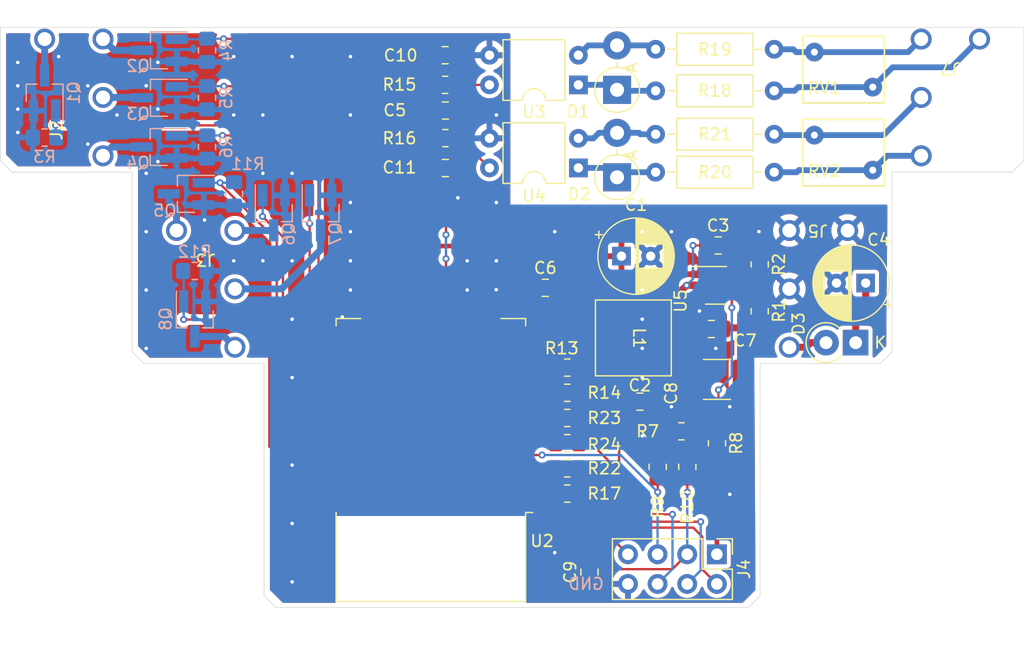
<source format=kicad_pcb>
(kicad_pcb (version 20221018) (generator pcbnew)
  (layers (0 "F.Cu" signal) (31 "B.Cu" signal) (34 "B.Paste" user) (35 "F.Paste" user) (36 "B.SilkS" user "B.Silkscreen") (37 "F.SilkS" user "F.Silkscreen") (38 "B.Mask" user) (39 "F.Mask" user) (44 "Edge.Cuts" user))
  (net 0 "")
  (net 1 "+12V")
  (net 2 "GND")
  (net 3 "+3V3")
  (net 4 "/nRST")
  (net 5 "/GPIO9")
  (net 6 "/GPIO10")
  (net 7 "+12VA")
  (net 8 "Net-(D1-K)")
  (net 9 "Net-(D1-A)")
  (net 10 "Net-(D2-K)")
  (net 11 "Net-(D2-A)")
  (net 12 "Net-(J2-Pin_1)")
  (net 13 "Net-(J2-Pin_2)")
  (net 14 "Net-(J2-Pin_3)")
  (net 15 "/EN")
  (net 16 "Net-(J2-Pin_4)")
  (net 17 "Net-(J3-Pin_1)")
  (net 18 "Net-(J3-Pin_2)")
  (net 19 "Net-(J3-Pin_3)")
  (net 20 "Net-(J3-Pin_4)")
  (net 21 "Net-(J4-Pin_2)")
  (net 22 "/GPIO12")
  (net 23 "/GPIO13")
  (net 24 "/GPIO14")
  (net 25 "/GPIO15")
  (net 26 "/GPIO4")
  (net 27 "/GPIO5")
  (net 28 "/GPIO2")
  (net 29 "/GPIO0")
  (net 30 "Net-(J4-Pin_4)")
  (net 31 "Net-(J4-Pin_6)")
  (net 32 "/GPIO1")
  (net 33 "/GPIO3")
  (net 34 "Net-(J4-Pin_7)")
  (net 35 "Net-(J7-Pin_1)")
  (net 36 "Net-(J7-Pin_2)")
  (net 37 "Net-(J7-Pin_3)")
  (net 38 "Net-(J7-Pin_4)")
  (net 45 "Net-(U5-SW)")
  (net 46 "Net-(U5-BOOT)")
  (net 47 "Net-(U5-EN)")
  (net 48 "Net-(U5-FB)")
  (footprint "Capacitor_THT:CP_Radial_D6.3mm_P2.50mm" (layer "F.Cu") (at 74.14138 21.905 180)
    (fp_text reference "C4")
    (fp_text value "100u")
  )
  (footprint "Resistor_THT:R_Axial_DIN0207_L6.3mm_D2.5mm_P10.16mm_Horizontal" (layer "F.Cu") (at 66.3042 12.4054 180)
    (fp_text reference "R20")
    (fp_text value "150k")
  )
  (footprint "esp-switch:ML-254-5-S-LCS" (layer "F.Cu") (at 78.9 1 180)
    (fp_text reference "J7")
    (fp_text value "Screw_Terminal_01x04")
  )
  (footprint "Capacitor_SMD:C_0805_2012Metric_Pad1.18x1.45mm_HandSolder" (layer "F.Cu") (at 38.1356 12.0498)
    (fp_text reference "C11")
    (fp_text value "100n")
  )
  (footprint "Capacitor_SMD:C_0805_2012Metric_Pad1.18x1.45mm_HandSolder" (layer "F.Cu") (at 54.798 32.065)
    (fp_text reference "C2")
    (fp_text value "1u" hide)
  )
  (footprint "Package_DIP:DIP-4_W7.62mm" (layer "F.Cu") (at 49.5302 12.0392 180)
    (fp_text reference "U4")
    (fp_text value "tlp785gb")
  )
  (footprint "Capacitor_SMD:C_0805_2012Metric_Pad1.18x1.45mm_HandSolder" (layer "F.Cu") (at 38.1102 2.3822)
    (fp_text reference "C10")
    (fp_text value "100n")
  )
  (footprint "Resistor_SMD:R_0805_2012Metric_Pad1.20x1.40mm_HandSolder" (layer "F.Cu") (at 38.1102 4.9222)
    (fp_text reference "R15")
    (fp_text value "150k")
  )
  (footprint "Resistor_SMD:R_0805_2012Metric_Pad1.20x1.40mm_HandSolder" (layer "F.Cu") (at 48.575 31.303)
    (fp_text reference "R14")
    (fp_text value "10k")
  )
  (footprint "Capacitor_SMD:C_0805_2012Metric_Pad1.18x1.45mm_HandSolder" (layer "F.Cu") (at 50.48 46.67 -90)
    (fp_text reference "C9")
    (fp_text value "47n")
  )
  (footprint "Varistor:RV_Disc_D7mm_W5.7mm_P5mm" (layer "F.Cu") (at 74.7478 5.117 180)
    (fp_text reference "RV1")
    (fp_text value "Varistor")
  )
  (footprint "Diode_THT:D_DO-15_P3.81mm_Vertical_AnodeUp" (layer "F.Cu") (at 52.8422 12.842 90)
    (fp_text reference "D2")
    (fp_text value "1N4007")
  )
  (footprint "Capacitor_SMD:C_0805_2012Metric_Pad1.18x1.45mm_HandSolder" (layer "F.Cu") (at 46.6954 22.3114 180)
    (fp_text reference "C6")
    (fp_text value "100n")
  )
  (footprint "Capacitor_SMD:C_1812_4532Metric_Pad1.57x3.40mm_HandSolder" (layer "F.Cu") (at 61.402 30.16 180)
    (fp_text reference "C8")
    (fp_text value "33u")
  )
  (footprint "Resistor_SMD:R_0805_2012Metric_Pad1.20x1.40mm_HandSolder" (layer "F.Cu") (at 48.575 33.462)
    (fp_text reference "R23")
    (fp_text value "10R")
  )
  (footprint "Resistor_THT:R_Axial_DIN0207_L6.3mm_D2.5mm_P10.16mm_Horizontal" (layer "F.Cu") (at 66.3042 5.4302 180)
    (fp_text reference "R18")
    (fp_text value "150k")
  )
  (footprint "Resistor_SMD:R_0805_2012Metric_Pad1.20x1.40mm_HandSolder" (layer "F.Cu") (at 65.0596 20.3048 90)
    (fp_text reference "R2")
    (fp_text value "10k")
  )
  (footprint "Resistor_THT:R_Axial_DIN0207_L6.3mm_D2.5mm_P10.16mm_Horizontal" (layer "F.Cu") (at 66.3042 9.1542 180)
    (fp_text reference "R21")
    (fp_text value "150k")
  )
  (footprint "Capacitor_SMD:C_0805_2012Metric_Pad1.18x1.45mm_HandSolder" (layer "F.Cu") (at 60.9233 25.842 180)
    (fp_text reference "C7")
    (fp_text value "100n")
  )
  (footprint "esp-switch:L_6.5x6.5_H4.6" (layer "F.Cu") (at 54.2392 26.604 -90)
    (fp_text reference "L1")
    (fp_text value "10u")
  )
  (footprint "Resistor_SMD:R_0805_2012Metric_Pad1.20x1.40mm_HandSolder" (layer "F.Cu") (at 48.575 35.621)
    (fp_text reference "R24")
    (fp_text value "10R")
  )
  (footprint "Resistor_SMD:R_0805_2012Metric_Pad1.20x1.40mm_HandSolder" (layer "F.Cu") (at 61.402 35.621 -90)
    (fp_text reference "R8")
    (fp_text value "100k")
  )
  (footprint "Resistor_SMD:R_0805_2012Metric_Pad1.20x1.40mm_HandSolder" (layer "F.Cu") (at 56.322 37.653 90)
    (fp_text reference "R9")
    (fp_text value "10k")
  )
  (footprint "Diode_THT:D_DO-15_P3.81mm_Vertical_AnodeUp" (layer "F.Cu") (at 52.8422 5.349 90)
    (fp_text reference "D1")
    (fp_text value "1N4007")
  )
  (footprint "Connector_PinHeader_2.54mm:PinHeader_2x04_P2.54mm_Vertical" (layer "F.Cu") (at 61.392 45.141 -90)
    (fp_text reference "J4")
    (fp_text value "Conn_02x04_Odd_Even")
  )
  (footprint "Diode_THT:D_DO-41_SOD81_P2.54mm_Vertical_KathodeUp" (layer "F.Cu") (at 73.284234 27.0104 180)
    (fp_text reference "D3")
    (fp_text value "1N4007")
  )
  (footprint "Package_DIP:DIP-4_W7.62mm" (layer "F.Cu") (at 49.5302 4.9222 180)
    (fp_text reference "U3")
    (fp_text value "tlp785gb")
  )
  (footprint "esp-switch:ML-254-5-D-LCS" (layer "F.Cu") (at 8.8 1 180)
    (fp_text reference "J2")
    (fp_text value "Screw_Terminal_01x04")
  )
  (footprint "Varistor:RV_Disc_D7mm_W5.7mm_P5mm" (layer "F.Cu") (at 74.7478 12.229 180)
    (fp_text reference "RV2")
    (fp_text value "Varistor")
  )
  (footprint "Resistor_SMD:R_0805_2012Metric_Pad1.20x1.40mm_HandSolder" (layer "F.Cu") (at 38.1356 9.4844)
    (fp_text reference "R16")
    (fp_text value "150k")
  )
  (footprint "Capacitor_SMD:C_0805_2012Metric_Pad1.18x1.45mm_HandSolder" (layer "F.Cu") (at 38.1356 7.1222)
    (fp_text reference "C5")
    (fp_text value "100n")
  )
  (footprint "Resistor_SMD:R_0805_2012Metric_Pad1.20x1.40mm_HandSolder" (layer "F.Cu") (at 48.575 39.939 180)
    (fp_text reference "R17")
    (fp_text value "10R")
  )
  (footprint "Resistor_SMD:R_0805_2012Metric_Pad1.20x1.40mm_HandSolder" (layer "F.Cu") (at 65.0596 24.318 90)
    (fp_text reference "R1")
    (fp_text value "68k")
  )
  (footprint "Package_TO_SOT_SMD:SOT-23-6_Handsoldering" (layer "F.Cu") (at 61.322 22.098)
    (fp_text reference "U5")
    (fp_text value "TPS54202DDC")
  )
  (footprint "Resistor_SMD:R_0805_2012Metric_Pad1.20x1.40mm_HandSolder" (layer "F.Cu") (at 58.862 37.653 90)
    (fp_text reference "R10")
    (fp_text value "10k")
  )
  (footprint "Resistor_SMD:R_0805_2012Metric_Pad1.20x1.40mm_HandSolder" (layer "F.Cu") (at 58.354 34.605)
    (fp_text reference "R7")
    (fp_text value "22k")
  )
  (footprint "Capacitor_THT:CP_Radial_D6.3mm_P2.50mm" (layer "F.Cu") (at 53.217621 19.6)
    (fp_text reference "C1")
    (fp_text value "100u")
  )
  (footprint "Resistor_THT:R_Axial_DIN0207_L6.3mm_D2.5mm_P10.16mm_Horizontal" (layer "F.Cu") (at 66.3042 1.8742 180)
    (fp_text reference "R19")
    (fp_text value "150k")
  )
  (footprint "RF_Module:ESP-12E" (layer "F.Cu") (at 36.891 37.0616 180)
    (fp_text reference "U2")
    (fp_text value "ESP-12E")
  )
  (footprint "esp-switch:ML-254-5-D-LCS" (layer "F.Cu") (at 20.1 17.4 180)
    (fp_text reference "J3")
    (fp_text value "Screw_Terminal_01x04")
  )
  (footprint "Capacitor_SMD:C_0805_2012Metric_Pad1.18x1.45mm_HandSolder" (layer "F.Cu") (at 61.5036 18.6792)
    (fp_text reference "C3")
    (fp_text value "100n")
  )
  (footprint "Resistor_SMD:R_0805_2012Metric_Pad1.20x1.40mm_HandSolder" (layer "F.Cu") (at 48.575 37.78)
    (fp_text reference "R22")
    (fp_text value "10R")
  )
  (footprint "Resistor_SMD:R_0805_2012Metric_Pad1.20x1.40mm_HandSolder" (layer "F.Cu") (at 48.575 29.144)
    (fp_text reference "R13")
    (fp_text value "10k")
  )
  (footprint "esp-switch:ML-254-5-S-LCS" (layer "F.Cu") (at 67.6 17.4 180)
    (fp_text reference "J5")
    (fp_text value "Screw_Terminal_01x04")
  )
  (footprint "Resistor_SMD:R_0805_2012Metric_Pad1.20x1.40mm_HandSolder" (layer "B.Cu") (at 3.7948 9.4336)
    (fp_text reference "R3")
    (fp_text value "10k")
  )
  (footprint "Package_TO_SOT_SMD:SOT-23_Handsoldering" (layer "B.Cu") (at 15.936 14.2596 180)
    (fp_text reference "Q5")
    (fp_text value "TSM2302CX")
  )
  (footprint "Resistor_SMD:R_0805_2012Metric_Pad1.20x1.40mm_HandSolder" (layer "B.Cu") (at 17.714 6.03 90)
    (fp_text reference "R5")
    (fp_text value "10k")
  )
  (footprint "Resistor_SMD:R_0805_2012Metric_Pad1.20x1.40mm_HandSolder" (layer "B.Cu") (at 16.6624 20.865 180)
    (fp_text reference "R12")
    (fp_text value "10k")
  )
  (footprint "Resistor_SMD:R_0805_2012Metric_Pad1.20x1.40mm_HandSolder" (layer "B.Cu") (at 20.0254 14.2596 90)
    (fp_text reference "R11")
    (fp_text value "10k")
  )
  (footprint "Resistor_SMD:R_0805_2012Metric_Pad1.20x1.40mm_HandSolder" (layer "B.Cu") (at 17.714 1.966 90)
    (fp_text reference "R4")
    (fp_text value "10k")
  )
  (footprint "Package_TO_SOT_SMD:SOT-23_Handsoldering" (layer "B.Cu") (at 13.626 6.03 180)
    (fp_text reference "Q3")
    (fp_text value "TSM2302CX")
  )
  (footprint "Package_TO_SOT_SMD:SOT-23_Handsoldering" (layer "B.Cu") (at 27.4422 15.8852 -90)
    (fp_text reference "Q7")
    (fp_text value "TSM2302CX")
  )
  (footprint "Resistor_SMD:R_0805_2012Metric_Pad1.20x1.40mm_HandSolder" (layer "B.Cu") (at 17.714 10.2464 90)
    (fp_text reference "R6")
    (fp_text value "10k")
  )
  (footprint "Package_TO_SOT_SMD:SOT-23_Handsoldering" (layer "B.Cu") (at 13.626 1.966 180)
    (fp_text reference "Q2")
    (fp_text value "TSM2302CX")
  )
  (footprint "Package_TO_SOT_SMD:SOT-23_Handsoldering" (layer "B.Cu") (at 23.429 15.8852 -90)
    (fp_text reference "Q6")
    (fp_text value "TSM2302CX")
  )
  (footprint "Package_TO_SOT_SMD:SOT-23_Handsoldering" (layer "B.Cu") (at 3.7948 5.6236 90)
    (fp_text reference "Q1")
    (fp_text value "TSM2302CX")
  )
  (footprint "Package_TO_SOT_SMD:SOT-23_Handsoldering" (layer "B.Cu") (at 13.5992 10.2464 180)
    (fp_text reference "Q4")
    (fp_text value "TSM2302CX")
  )
  (footprint "Package_TO_SOT_SMD:SOT-23_Handsoldering" (layer "B.Cu") (at 16.6624 24.9798 -90)
    (fp_text reference "Q8")
    (fp_text value "TSM2302CX")
  )
  (gr_line (start 22.6 48.7) (end 23.6 49.7) (stroke (width 0.05)) (layer "Edge.Cuts"))
  (gr_line (start 22.6 28.8) (end 22.6 48.7) (stroke (width 0.05)) (layer "Edge.Cuts"))
  (gr_line (start 64.1 49.7) (end 23.6 49.7) (stroke (width 0.05)) (layer "Edge.Cuts"))
  (gr_line (start 87.7 11.4) (end 86.7 12.4) (stroke (width 0.05)) (layer "Edge.Cuts"))
  (gr_line (start 75.4 28.8) (end 76.4 27.8) (stroke (width 0.05)) (layer "Edge.Cuts"))
  (gr_line (start 65.1 28.8) (end 65.1 48.7) (stroke (width 0.05)) (layer "Edge.Cuts"))
  (gr_line (start 0 11.4) (end 1 12.4) (stroke (width 0.05)) (layer "Edge.Cuts"))
  (gr_line (start 76.4 12.4) (end 76.4 27.8) (stroke (width 0.05)) (layer "Edge.Cuts"))
  (gr_line (start 87.7 0) (end 87.7 11.4) (stroke (width 0.05)) (layer "Edge.Cuts"))
  (gr_line (start 11.3 27.8) (end 12.3 28.8) (stroke (width 0.05)) (layer "Edge.Cuts"))
  (gr_line (start 11.3 12.4) (end 1 12.4) (stroke (width 0.05)) (layer "Edge.Cuts"))
  (gr_line (start 0 0) (end 87.7 0) (stroke (width 0.05)) (layer "Edge.Cuts"))
  (gr_line (start 11.3 12.4) (end 11.3 27.8) (stroke (width 0.05)) (layer "Edge.Cuts"))
  (gr_line (start 75.4 28.8) (end 65.1 28.8) (stroke (width 0.05)) (layer "Edge.Cuts"))
  (gr_line (start 86.7 12.4) (end 76.4 12.4) (stroke (width 0.05)) (layer "Edge.Cuts"))
  (gr_line (start 22.6 28.8) (end 12.3 28.8) (stroke (width 0.05)) (layer "Edge.Cuts"))
  (gr_line (start 0 0) (end 0 11.4) (stroke (width 0.05)) (layer "Edge.Cuts"))
  (gr_line (start 65.1 48.7) (end 64.1 49.7) (stroke (width 0.05)) (layer "Edge.Cuts"))
  (gr_text "GND" (at 51.816 48.26) (layer "B.SilkS") (effects (font (size 1 1)) (justify left bottom mirror)))
  (segment (start 60.348 23.048) (end 61.9608 24.6608) (width 0.6) (layer "F.Cu") (net 1))
  (segment (start 63.958 25.318) (end 63.5356 25.7404) (width 0.6) (layer "F.Cu") (net 1))
  (segment (start 74.14138 23.61822) (end 73.284234 24.475366) (width 0.6) (layer "F.Cu") (net 1))
  (segment (start 63.5356 25.7404) (end 63.5356 29.398) (width 0.6) (layer "F.Cu") (net 1))
  (segment (start 62.0624 25.7404) (end 61.9608 25.842) (width 0.6) (layer "F.Cu") (net 1))
  (segment (start 61.9608 24.6608) (end 61.9608 25.842) (width 0.6) (layer "F.Cu") (net 1))
  (segment (start 66.6758 25.318) (end 65.0596 25.318) (width 0.6) (layer "F.Cu") (net 1))
  (segment (start 59.972 23.048) (end 60.348 23.048) (width 0.6) (layer "F.Cu") (net 1))
  (segment (start 73.284234 24.475366) (end 67.518434 24.475366) (width 0.6) (layer "F.Cu") (net 1))
  (segment (start 63.5356 25.7404) (end 62.0624 25.7404) (width 0.6) (layer "F.Cu") (net 1))
  (segment (start 65.0596 25.318) (end 63.958 25.318) (width 0.6) (layer "F.Cu") (net 1))
  (segment (start 67.518434 24.475366) (end 66.6758 25.318) (width 0.6) (layer "F.Cu") (net 1))
  (segment (start 74.14138 21.905) (end 74.14138 23.61822) (width 0.6) (layer "F.Cu") (net 1))
  (segment (start 73.284234 24.475366) (end 73.284234 27.0104) (width 0.6) (layer "F.Cu") (net 1))
  (segment (start 59.8858 25.842) (end 59.8858 26.9772) (width 0.6) (layer "F.Cu") (net 2))
  (segment (start 56.195 30.16) (end 59.2645 30.16) (width 0.6) (layer "F.Cu") (net 2))
  (segment (start 1.5 7) (end 1.5 5) (width 0.2) (layer "F.Cu") (net 2))
  (segment (start 1.5 7) (end 1.5 9) (width 0.2) (layer "F.Cu") (net 2))
  (segment (start 17.5 16.5) (end 17.5 19) (width 0.2) (layer "F.Cu") (net 2))
  (segment (start 55.8355 32.065) (end 55.8355 30.5195) (width 0.6) (layer "F.Cu") (net 2))
  (segment (start 59.8858 26.9772) (end 59.2645 27.5985) (width 0.6) (layer "F.Cu") (net 2))
  (segment (start 39.2 12.0767) (end 39.2 14.6) (width 0.2) (layer "F.Cu") (net 2))
  (segment (start 29.291 26.5616) (end 29.291 24.809) (width 0.2) (layer "F.Cu") (net 2))
  (segment (start 59.2645 27.5985) (end 59.2645 30.16) (width 0.6) (layer "F.Cu") (net 2))
  (segment (start 39.1731 12.0498) (end 39.2 12.0767) (width 0.2) (layer "F.Cu") (net 2))
  (segment (start 55.8355 30.5195) (end 56.195 30.16) (width 0.6) (layer "F.Cu") (net 2))
  (segment (start 55.8355 34.1185) (end 56.322 34.605) (width 0.6) (layer "F.Cu") (net 2))
  (segment (start 56.322 34.605) (end 57.354 34.605) (width 0.6) (layer "F.Cu") (net 2))
  (segment (start 55.8355 32.065) (end 55.8355 34.1185) (width 0.6) (layer "F.Cu") (net 2))
  (segment (start 29.291 24.809) (end 29.3 24.8) (width 0.2) (layer "F.Cu") (net 2))
  (via (at 25 42.5) (size 0.6) (drill 0.3) (layers "F.Cu" "B.Cu") (net 2))
  (via (at 12.5 22.5) (size 0.6) (drill 0.3) (layers "F.Cu" "B.Cu") (net 2))
  (via (at 1.5 9) (size 0.6) (drill 0.3) (layers "F.Cu" "B.Cu") (net 2))
  (via (at 7.5 5) (size 0.6) (drill 0.3) (layers "F.Cu" "B.Cu") (net 2))
  (via (at 25 30) (size 0.6) (drill 0.3) (layers "F.Cu" "B.Cu") (net 2))
  (via (at 42.5 7.5) (size 0.6) (drill 0.3) (layers "F.Cu" "B.Cu") (net 2))
  (via (at 30 20) (size 0.6) (drill 0.3) (layers "F.Cu" "B.Cu") (net 2))
  (via (at 25 25) (size 0.6) (drill 0.3) (layers "F.Cu" "B.Cu") (net 2))
  (via (at 62.5 40) (size 0.6) (drill 0.3) (layers "F.Cu" "B.Cu") (net 2))
  (via (at 22.5 7.5) (size 0.6) (drill 0.3) (layers "F.Cu" "B.Cu") (net 2))
  (via (at 13.5 11.5) (size 0.6) (drill 0.3) (layers "F.Cu" "B.Cu") (net 2))
  (via (at 40 22.5) (size 0.6) (drill 0.3) (layers "F.Cu" "B.Cu") (net 2))
  (via (at 30 17.5) (size 0.6) (drill 0.3) (layers "F.Cu" "B.Cu") (net 2))
  (via (at 17.5 16.5) (size 0.6) (drill 0.3) (layers "F.Cu" "B.Cu") (net 2))
  (via (at 30 7.5) (size 0.6) (drill 0.3) (layers "F.Cu" "B.Cu") (net 2))
  (via (at 25 2.5) (size 0.6) (drill 0.3) (layers "F.Cu" "B.Cu") (net 2))
  (via (at 20 2.5) (size 0.6) (drill 0.3) (layers "F.Cu" "B.Cu") (net 2))
  (via (at 5 2.5) (size 0.6) (drill 0.3) (layers "F.Cu" "B.Cu") (net 2))
  (via (at 17.5 19) (size 0.6) (drill 0.3) (layers "F.Cu" "B.Cu") (net 2))
  (via (at 39.2 14.6) (size 0.6) (drill 0.3) (layers "F.Cu" "B.Cu") (net 2))
  (via (at 55 30) (size 0.6) (drill 0.3) (layers "F.Cu" "B.Cu") (net 2))
  (via (at 25 37.5) (size 0.6) (drill 0.3) (layers "F.Cu" "B.Cu") (net 2))
  (via (at 7.5 10) (size 0.6) (drill 0.3) (layers "F.Cu" "B.Cu") (net 2))
  (via (at 55 17.5) (size 0.6) (drill 0.3) (layers "F.Cu" "B.Cu") (net 2))
  (via (at 55 27.5) (size 0.6) (drill 0.3) (layers "F.Cu" "B.Cu") (net 2))
  (via (at 55 35) (size 0.6) (drill 0.3) (layers "F.Cu" "B.Cu") (net 2))
  (via (at 22.5 20) (size 0.6) (drill 0.3) (layers "F.Cu" "B.Cu") (net 2))
  (via (at 42.5 15) (size 0.6) (drill 0.3) (layers "F.Cu" "B.Cu") (net 2))
  (via (at 1.5 7) (size 0.6) (drill 0.3) (layers "F.Cu" "B.Cu") (net 2))
  (via (at 12.5 27.5) (size 0.6) (drill 0.3) (layers "F.Cu" "B.Cu") (net 2))
  (via (at 25 20) (size 0.6) (drill 0.3) (layers "F.Cu" "B.Cu") (net 2))
  (via (at 40 20) (size 0.6) (drill 0.3) (layers "F.Cu" "B.Cu") (net 2))
  (via (at 1.5 5) (size 0.6) (drill 0.3) (layers "F.Cu" "B.Cu") (net 2))
  (via (at 10 7.5) (size 0.6) (drill 0.3) (layers "F.Cu" "B.Cu") (net 2))
  (via (at 59.9 24.3) (size 0.6) (drill 0.3) (layers "F.Cu" "B.Cu") (net 2))
  (via (at 20 7.5) (size 0.6) (drill 0.3) (layers "F.Cu" "B.Cu") (net 2))
  (via (at 47.5 17.5) (size 0.6) (drill 0.3) (layers "F.Cu" "B.Cu") (net 2))
  (via (at 30 22.5) (size 0.6) (drill 0.3) (layers "F.Cu" "B.Cu") (net 2))
  (via (at 42.489016 22.470485) (size 0.6) (drill 0.3) (layers "F.Cu" "B.Cu") (net 2))
  (via (at 12.5 17.5) (size 0.6) (drill 0.3) (layers "F.Cu" "B.Cu") (net 2))
  (via (at 61.3 27.5) (size 0.6) (drill 0.3) (layers "F.Cu" "B.Cu") (net 2))
  (via (at 55 25) (size 0.6) (drill 0.3) (layers "F.Cu" "B.Cu") (net 2))
  (via (at 30 2.5) (size 0.6) (drill 0.3) (layers "F.Cu" "B.Cu") (net 2))
  (via (at 62.5 32.5) (size 0.6) (drill 0.3) (layers "F.Cu" "B.Cu") (net 2))
  (via (at 12.5 5) (size 0.6) (drill 0.3) (layers "F.Cu" "B.Cu") (net 2))
  (via (at 30 15) (size 0.6) (drill 0.3) (layers "F.Cu" "B.Cu") (net 2))
  (via (at 12.5 12.5) (size 0.6) (drill 0.3) (layers "F.Cu" "B.Cu") (net 2))
  (via (at 25 12.5) (size 0.6) (drill 0.3) (layers "F.Cu" "B.Cu") (net 2))
  (via (at 25 47.5) (size 0.6) (drill 0.3) (layers "F.Cu" "B.Cu") (net 2))
  (via (at 1.5 3) (size 0.6) (drill 0.3) (layers "F.Cu" "B.Cu") (net 2))
  (via (at 20 20) (size 0.6) (drill 0.3) (layers "F.Cu" "B.Cu") (net 2))
  (via (at 42.5 20) (size 0.6) (drill 0.3) (layers "F.Cu" "B.Cu") (net 2))
  (via (at 47.5 45) (size 0.6) (drill 0.3) (layers "F.Cu" "B.Cu") (net 2))
  (via (at 29.3 24.8) (size 0.6) (drill 0.3) (layers "F.Cu" "B.Cu") (net 2))
  (via (at 22.5 12.5) (size 0.6) (drill 0.3) (layers "F.Cu" "B.Cu") (net 2))
  (via (at 13.5 7) (size 0.6) (drill 0.3) (layers "F.Cu" "B.Cu") (net 2))
  (via (at 57.5 32.5) (size 0.6) (drill 0.3) (layers "F.Cu" "B.Cu") (net 2))
  (via (at 65 17.5) (size 0.6) (drill 0.3) (layers "F.Cu" "B.Cu") (net 2))
  (via (at 13.5 3) (size 0.6) (drill 0.3) (layers "F.Cu" "B.Cu") (net 2))
  (via (at 55 22.5) (size 0.6) (drill 0.3) (layers "F.Cu" "B.Cu") (net 2))
  (via (at 57.5 17.5) (size 0.6) (drill 0.3) (layers "F.Cu" "B.Cu") (net 2))
  (segment (start 2.8448 7.1236) (end 2.7212 7) (width 0.2) (layer "B.Cu") (net 2))
  (segment (start 1.5 5) (end 1.5 3) (width 0.2) (layer "B.Cu") (net 2))
  (segment (start 2.7212 7) (end 1.5 7) (width 0.2) (layer "B.Cu") (net 2))
  (segment (start 15.106 7) (end 13.5 7) (width 0.2) (layer "B.Cu") (net 2))
  (segment (start 14.7956 11.5) (end 13.5 11.5) (width 0.2) (layer "B.Cu") (net 2))
  (segment (start 15.042 3) (end 13.5 3) (width 0.2) (layer "B.Cu") (net 2))
  (segment (start 17.436 15.2096) (end 17.5 15.2736) (width 0.2) (layer "B.Cu") (net 2))
  (segment (start 15.126 2.916) (end 15.042 3) (width 0.2) (layer "B.Cu") (net 2))
  (segment (start 17.5 19) (end 17.5 18.5) (width 0.2) (layer "B.Cu") (net 2))
  (segment (start 15.0992 11.1964) (end 14.7956 11.5) (width 0.2) (layer "B.Cu") (net 2))
  (segment (start 17.5 15.2736) (end 17.5 16.5) (width 0.2) (layer "B.Cu") (net 2))
  (segment (start 15.126 6.98) (end 15.106 7) (width 0.2) (layer "B.Cu") (net 2))
  (segment (start 37.0981 7.1222) (end 37.0981 9.4469) (width 0.4) (layer "F.Cu") (net 3))
  (segment (start 37.1102 4.9222) (end 37.1102 7.1101) (width 0.4) (layer "F.Cu") (net 3))
  (segment (start 46.83 18.73) (end 47.7329 19.6329) (width 0.4) (layer "F.Cu") (net 3))
  (segment (start 46.7378 26.5616) (end 44.491 26.5616) (width 0.4) (layer "F.Cu") (net 3))
  (segment (start 47.7329 25.5665) (end 47.7664 25.6) (width 0.4) (layer "F.Cu") (net 3))
  (segment (start 36 9.842) (end 36 18.347) (width 0.4) (layer "F.Cu") (net 3))
  (segment (start 55.068 36.653) (end 56.322 36.653) (width 0.4) (layer "F.Cu") (net 3))
  (segment (start 61.402 36.621) (end 61.392 36.631) (width 0.4) (layer "F.Cu") (net 3))
  (segment (start 47.7329 19.6329) (end 47.7329 22.3114) (width 0.4) (layer "F.Cu") (net 3))
  (segment (start 47.7329 22.3114) (end 47.7329 25.5665) (width 0.4) (layer "F.Cu") (net 3))
  (segment (start 37.1102 7.1101) (end 37.0981 7.1222) (width 0.4) (layer "F.Cu") (net 3))
  (segment (start 37.0981 9.4469) (end 37.1356 9.4844) (width 0.4) (layer "F.Cu") (net 3))
  (segment (start 36 18.347) (end 36.383 18.73) (width 0.4) (layer "F.Cu") (net 3))
  (segment (start 37.1356 9.4844) (end 36.3576 9.4844) (width 0.4) (layer "F.Cu") (net 3))
  (segment (start 61.392 36.631) (end 61.392 45.141) (width 0.4) (layer "F.Cu") (net 3))
  (segment (start 36.383 18.73) (end 46.83 18.73) (width 0.4) (layer "F.Cu") (net 3))
  (segment (start 53.7605 35.3455) (end 55.068 36.653) (width 0.4) (layer "F.Cu") (net 3))
  (segment (start 61.37 36.653) (end 61.402 36.621) (width 0.4) (layer "F.Cu") (net 3))
  (segment (start 36.3576 9.4844) (end 36 9.842) (width 0.4) (layer "F.Cu") (net 3))
  (segment (start 47.7664 25.6) (end 49.1 25.6) (width 0.4) (layer "F.Cu") (net 3))
  (segment (start 58.862 36.653) (end 61.37 36.653) (width 0.4) (layer "F.Cu") (net 3))
  (segment (start 53.7605 32.065) (end 53.7605 35.3455) (width 0.4) (layer "F.Cu") (net 3))
  (segment (start 56.322 36.653) (end 58.862 36.653) (width 0.4) (layer "F.Cu") (net 3))
  (segment (start 47.7329 25.5665) (end 46.7378 26.5616) (width 0.4) (layer "F.Cu") (net 3))
  (segment (start 52.512 46.416) (end 57.577 46.416) (width 0.2) (layer "F.Cu") (net 4))
  (segment (start 58.852 45.141) (end 57.577 46.416) (width 0.2) (layer "F.Cu") (net 4))
  (segment (start 58.862 38.653) (end 58.862 39.812) (width 0.2) (layer "F.Cu") (net 4))
  (segment (start 46.4036 40.5616) (end 50.48 44.638) (width 0.2) (layer "F.Cu") (net 4))
  (segment (start 51.7285 45.6325) (end 52.512 46.416) (width 0.2) (layer "F.Cu") (net 4))
  (segment (start 50.48 44.638) (end 50.48 45.6325) (width 0.2) (layer "F.Cu") (net 4))
  (segment (start 50.48 45.6325) (end 51.7285 45.6325) (width 0.2) (layer "F.Cu") (net 4))
  (segment (start 44.491 40.5616) (end 46.4036 40.5616) (width 0.2) (layer "F.Cu") (net 4))
  (via (at 58.862 39.812) (size 0.6) (drill 0.3) (layers "F.Cu" "B.Cu") (net 4))
  (segment (start 58.862 39.812) (end 58.852 39.822) (width 0.2) (layer "B.Cu") (net 4))
  (segment (start 58.852 39.822) (end 58.852 45.141) (width 0.2) (layer "B.Cu") (net 4))
  (segment (start 38.1864 12.0498) (end 38.1864 17.7648) (width 0.2) (layer "F.Cu") (net 5))
  (segment (start 37.891 22.9812) (end 37.891 25.0616) (width 0.2) (layer "F.Cu") (net 5))
  (segment (start 38.1864 22.6858) (end 37.891 22.9812) (width 0.2) (layer "F.Cu") (net 5))
  (segment (start 40.4216 10.5506) (end 41.9102 12.0392) (width 0.2) (layer "F.Cu") (net 5))
  (segment (start 39.1356 9.4844) (end 40.1168 9.4844) (width 0.2) (layer "F.Cu") (net 5))
  (segment (start 38.415 9.4844) (end 38.1864 9.713) (width 0.2) (layer "F.Cu") (net 5))
  (segment (start 38.1864 19.8222) (end 38.1864 22.6858) (width 0.2) (layer "F.Cu") (net 5))
  (segment (start 40.4216 9.7892) (end 40.4216 10.5506) (width 0.2) (layer "F.Cu") (net 5))
  (segment (start 38.1864 9.713) (end 38.1864 11.745) (width 0.2) (layer "F.Cu") (net 5))
  (segment (start 38.1864 11.745) (end 38.1864 12.0498) (width 0.2) (layer "F.Cu") (net 5))
  (segment (start 37.0981 12.0498) (end 38.1864 12.0498) (width 0.2) (layer "F.Cu") (net 5))
  (segment (start 40.1168 9.4844) (end 40.4216 9.7892) (width 0.2) (layer "F.Cu") (net 5))
  (segment (start 39.1356 9.4844) (end 38.415 9.4844) (width 0.2) (layer "F.Cu") (net 5))
  (via (at 38.1864 17.7648) (size 0.6) (drill 0.3) (layers "F.Cu" "B.Cu") (net 5))
  (via (at 38.1864 19.8222) (size 0.6) (drill 0.3) (layers "F.Cu" "B.Cu") (net 5))
  (segment (start 38.1864 17.7648) (end 38.1864 19.8222) (width 0.2) (layer "B.Cu") (net 5))
  (segment (start 37.0727 2.3822) (end 36.0684 2.3822) (width 0.2) (layer "F.Cu") (net 6))
  (segment (start 37.9422 2.3822) (end 38.1356 2.5756) (width 0.2) (layer "F.Cu") (net 6))
  (segment (start 35.4 3.0506) (end 35.4 22.7) (width 0.2) (layer "F.Cu") (net 6))
  (segment (start 36.0684 2.3822) (end 35.4 3.0506) (width 0.2) (layer "F.Cu") (net 6))
  (segment (start 35.891 23.191) (end 35.891 25.0616) (width 0.2) (layer "F.Cu") (net 6))
  (segment (start 35.4 22.7) (end 35.891 23.191) (width 0.2) (layer "F.Cu") (net 6))
  (segment (start 38.1356 2.5756) (end 38.1356 4.8108) (width 0.2) (layer "F.Cu") (net 6))
  (segment (start 41.9102 4.9222) (end 39.1102 4.9222) (width 0.2) (layer "F.Cu") (net 6))
  (segment (start 38.1356 4.8108) (end 38.247 4.9222) (width 0.2) (layer "F.Cu") (net 6))
  (segment (start 37.0727 2.3822) (end 37.9422 2.3822) (width 0.2) (layer "F.Cu") (net 6))
  (segment (start 38.247 4.9222) (end 39.1102 4.9222) (width 0.2) (layer "F.Cu") (net 6))
  (segment (start 69.4284 27.0104) (end 69.0388 27.4) (width 0.6) (layer "F.Cu") (net 7))
  (segment (start 70.744234 27.0104) (end 69.4284 27.0104) (width 0.6) (layer "F.Cu") (net 7))
  (segment (start 69.0388 27.4) (end 67.6 27.4) (width 0.6) (layer "F.Cu") (net 7))
  (segment (start 52.4154 4.9222) (end 52.8422 5.349) (width 0.5) (layer "B.Cu") (net 8))
  (segment (start 52.9234 5.4302) (end 52.8422 5.349) (width 0.5) (layer "B.Cu") (net 8))
  (segment (start 56.1442 5.4302) (end 52.9234 5.4302) (width 0.5) (layer "B.Cu") (net 8))
  (segment (start 49.5302 4.9222) (end 52.4154 4.9222) (width 0.5) (layer "B.Cu") (net 8))
  (segment (start 50.3734 1.539) (end 52.8422 1.539) (width 0.5) (layer "B.Cu") (net 9))
  (segment (start 55.809 1.539) (end 56.1442 1.8742) (width 0.5) (layer "B.Cu") (net 9))
  (segment (start 49.5302 2.3822) (end 50.3734 1.539) (width 0.5) (layer "B.Cu") (net 9))
  (segment (start 52.8422 1.539) (end 55.809 1.539) (width 0.5) (layer "B.Cu") (net 9))
  (segment (start 56.1442 12.4054) (end 53.2788 12.4054) (width 0.5) (layer "B.Cu") (net 10))
  (segment (start 49.5302 12.0392) (end 52.0394 12.0392) (width 0.5) (layer "B.Cu") (net 10))
  (segment (start 52.0394 12.0392) (end 52.8422 12.842) (width 0.5) (layer "B.Cu") (net 10))
  (segment (start 53.2788 12.4054) (end 52.8422 12.842) (width 0.5) (layer "B.Cu") (net 10))
  (segment (start 56.1442 9.1542) (end 54.8488 9.1542) (width 0.5) (layer "B.Cu") (net 11))
  (segment (start 54.8488 9.1542) (end 54.7266 9.032) (width 0.5) (layer "B.Cu") (net 11))
  (segment (start 50.8208 9.4992) (end 49.5302 9.4992) (width 0.5) (layer "B.Cu") (net 11))
  (segment (start 54.7266 9.032) (end 52.8422 9.032) (width 0.5) (layer "B.Cu") (net 11))
  (segment (start 51.288 9.032) (end 50.8208 9.4992) (width 0.5) (layer "B.Cu") (net 11))
  (segment (start 52.8422 9.032) (end 51.288 9.032) (width 0.5) (layer "B.Cu") (net 11))
  (segment (start 3.8 1) (end 3.8 4.1184) (width 0.6) (layer "B.Cu") (net 12))
  (segment (start 3.8 4.1184) (end 3.7948 4.1236) (width 0.6) (layer "B.Cu") (net 12))
  (segment (start 8.8 1) (end 9.766 1.966) (width 0.6) (layer "B.Cu") (net 13))
  (segment (start 9.766 1.966) (end 12.126 1.966) (width 0.6) (layer "B.Cu") (net 13))
  (segment (start 12.096 6) (end 12.126 6.03) (width 0.6) (layer "B.Cu") (net 14))
  (segment (start 8.8 6) (end 12.096 6) (width 0.6) (layer "B.Cu") (net 14))
  (segment (start 44.5664 36.637) (end 44.491 36.5616) (width 0.2) (layer "F.Cu") (net 15))
  (segment (start 56.322 38.653) (end 56.322 39.812) (width 0.2) (layer "F.Cu") (net 15))
  (segment (start 46.416 36.637) (end 44.5664 36.637) (width 0.2) (layer "F.Cu") (net 15))
  (via (at 46.416 36.637) (size 0.6) (drill 0.3) (layers "F.Cu" "B.Cu") (net 15))
  (via (at 56.322 39.812) (size 0.6) (drill 0.3) (layers "F.Cu" "B.Cu") (net 15))
  (segment (start 56.322 39.812) (end 56.312 39.822) (width 0.2) (layer "B.Cu") (net 15))
  (segment (start 53.147 36.637) (end 56.322 39.812) (width 0.2) (layer "B.Cu") (net 15))
  (segment (start 56.312 39.822) (end 56.312 45.141) (width 0.2) (layer "B.Cu") (net 15))
  (segment (start 46.416 36.637) (end 53.147 36.637) (width 0.2) (layer "B.Cu") (net 15))
  (segment (start 9.5536 10.2464) (end 12.0992 10.2464) (width 0.6) (layer "B.Cu") (net 16))
  (segment (start 8.8 11) (end 9.5536 10.2464) (width 0.6) (layer "B.Cu") (net 16))
  (segment (start 14.436 14.2596) (end 14.436 14.944) (width 0.6) (layer "B.Cu") (net 17))
  (segment (start 15.1 15.608) (end 15.1 17.4) (width 0.6) (layer "B.Cu") (net 17))
  (segment (start 14.436 14.944) (end 15.1 15.608) (width 0.6) (layer "B.Cu") (net 17))
  (segment (start 20.1 17.4) (end 23.4142 17.4) (width 0.6) (layer "B.Cu") (net 18))
  (segment (start 23.4142 17.4) (end 23.429 17.3852) (width 0.6) (layer "B.Cu") (net 18))
  (segment (start 24.1024 22.4) (end 27.4422 19.0602) (width 0.6) (layer "B.Cu") (net 19))
  (segment (start 20.1 22.4) (end 24.1024 22.4) (width 0.6) (layer "B.Cu") (net 19))
  (segment (start 27.4422 19.0602) (end 27.4422 17.3852) (width 0.6) (layer "B.Cu") (net 19))
  (segment (start 16.6624 26.4798) (end 19.1798 26.4798) (width 0.6) (layer "B.Cu") (net 20))
  (segment (start 19.1798 26.4798) (end 20.1 27.4) (width 0.6) (layer "B.Cu") (net 20))
  (segment (start 51.369 37.78) (end 51.75 38.161) (width 0.2) (layer "F.Cu") (net 21))
  (segment (start 51.75 41.844) (end 52.766 42.86) (width 0.2) (layer "F.Cu") (net 21))
  (segment (start 51.75 38.161) (end 51.75 41.844) (width 0.2) (layer "F.Cu") (net 21))
  (segment (start 59.37 42.86) (end 60.132 43.622) (width 0.2) (layer "F.Cu") (net 21))
  (segment (start 49.575 37.78) (end 51.369 37.78) (width 0.2) (layer "F.Cu") (net 21))
  (segment (start 60.132 43.622) (end 60.132 46.421) (width 0.2) (layer "F.Cu") (net 21))
  (segment (start 60.132 46.421) (end 61.392 47.681) (width 0.2) (layer "F.Cu") (net 21))
  (segment (start 52.766 42.86) (end 59.37 42.86) (width 0.2) (layer "F.Cu") (net 21))
  (segment (start 37.5466 30.5616) (end 44.491 30.5616) (width 0.2) (layer "F.Cu") (net 22))
  (segment (start 32.8778 14.0818) (end 32.8778 25.8928) (width 0.2) (layer "F.Cu") (net 22))
  (segment (start 19.1618 5.0394) (end 23.8354 5.0394) (width 0.2) (layer "F.Cu") (net 22))
  (segment (start 32.8778 25.8928) (end 37.5466 30.5616) (width 0.2) (layer "F.Cu") (net 22))
  (segment (start 23.8354 5.0394) (end 32.8778 14.0818) (width 0.2) (layer "F.Cu") (net 22))
  (via (at 19.1618 5.0394) (size 0.6) (drill 0.3) (layers "F.Cu" "B.Cu") (net 22))
  (segment (start 17.664 5.08) (end 17.714 5.03) (width 0.2) (layer "B.Cu") (net 22))
  (segment (start 17.714 5.03) (end 19.1524 5.03) (width 0.2) (layer "B.Cu") (net 22))
  (segment (start 19.1524 5.03) (end 19.1618 5.0394) (width 0.2) (layer "B.Cu") (net 22))
  (segment (start 15.126 5.08) (end 17.664 5.08) (width 0.2) (layer "B.Cu") (net 22))
  (segment (start 34.9 15.088) (end 34.9 25.9206) (width 0.2) (layer "F.Cu") (net 23))
  (segment (start 34.9 25.9206) (end 37.541 28.5616) (width 0.2) (layer "F.Cu") (net 23))
  (segment (start 20.7874 0.9754) (end 34.9 15.088) (width 0.2) (layer "F.Cu") (net 23))
  (segment (start 19.1364 0.9754) (end 20.7874 0.9754) (width 0.2) (layer "F.Cu") (net 23))
  (segment (start 37.541 28.5616) (end 44.491 28.5616) (width 0.2) (layer "F.Cu") (net 23))
  (via (at 19.1364 0.9754) (size 0.6) (drill 0.3) (layers "F.Cu" "B.Cu") (net 23))
  (segment (start 15.126 1.016) (end 17.664 1.016) (width 0.2) (layer "B.Cu") (net 23))
  (segment (start 19.127 0.966) (end 19.1364 0.9754) (width 0.2) (layer "B.Cu") (net 23))
  (segment (start 17.714 0.966) (end 19.127 0.966) (width 0.2) (layer "B.Cu") (net 23))
  (segment (start 17.664 1.016) (end 17.714 0.966) (width 0.2) (layer "B.Cu") (net 23))
  (segment (start 31.049 13.269) (end 31.049 27.0358) (width 0.2) (layer "F.Cu") (net 24))
  (segment (start 36.5748 32.5616) (end 44.491 32.5616) (width 0.2) (layer "F.Cu") (net 24))
  (segment (start 26.1722 8.3922) (end 31.049 13.269) (width 0.2) (layer "F.Cu") (net 24))
  (segment (start 31.049 27.0358) (end 36.5748 32.5616) (width 0.2) (layer "F.Cu") (net 24))
  (segment (start 4.7448 8.3922) (end 26.1722 8.3922) (width 0.2) (layer "F.Cu") (net 24))
  (via (at 4.7448 8.3922) (size 0.6) (drill 0.3) (layers "F.Cu" "B.Cu") (net 24))
  (segment (start 4.7448 7.1236) (end 4.7448 9.3836) (width 0.2) (layer "B.Cu") (net 24))
  (segment (start 4.7448 9.3836) (end 4.7948 9.4336) (width 0.2) (layer "B.Cu") (net 24))
  (segment (start 27.6796 28.5616) (end 29.291 28.5616) (width 0.2) (layer "F.Cu") (net 25))
  (segment (start 25.715 9.2558) (end 27.2644 10.8052) (width 0.2) (layer "F.Cu") (net 25))
  (segment (start 27.2644 10.8052) (end 27.2644 28.1464) (width 0.2) (layer "F.Cu") (net 25))
  (segment (start 27.2644 28.1464) (end 27.6796 28.5616) (width 0.2) (layer "F.Cu") (net 25))
  (segment (start 19.0348 9.2558) (end 25.715 9.2558) (width 0.2) (layer "F.Cu") (net 25))
  (via (at 19.0348 9.2558) (size 0.6) (drill 0.3) (layers "F.Cu" "B.Cu") (net 25))
  (segment (start 15.0992 9.2964) (end 17.664 9.2964) (width 0.2) (layer "B.Cu") (net 25))
  (segment (start 17.664 9.2964) (end 17.714 9.2464) (width 0.2) (layer "B.Cu") (net 25))
  (segment (start 17.7234 9.2558) (end 17.714 9.2464) (width 0.2) (layer "B.Cu") (net 25))
  (segment (start 19.0348 9.2558) (end 17.7234 9.2558) (width 0.2) (layer "B.Cu") (net 25))
  (segment (start 23.683 25.911314) (end 23.683 34.0208) (width 0.2) (layer "F.Cu") (net 26))
  (segment (start 18.8316 13.3096) (end 18.8316 13.406329) (width 0.2) (layer "F.Cu") (net 26))
  (segment (start 18.8316 13.406329) (end 23.683 18.257729) (width 0.2) (layer "F.Cu") (net 26))
  (segment (start 23.683 18.257729) (end 23.683 25.914757) (width 0.2) (layer "F.Cu") (net 26))
  (segment (start 24.2238 34.5616) (end 29.291 34.5616) (width 0.2) (layer "F.Cu") (net 26))
  (segment (start 23.683 34.0208) (end 24.2238 34.5616) (width 0.2) (layer "F.Cu") (net 26))
  (via (at 18.8316 13.3096) (size 0.6) (drill 0.3) (layers "F.Cu" "B.Cu") (net 26))
  (segment (start 17.436 13.3096) (end 19.9754 13.3096) (width 0.2) (layer "B.Cu") (net 26))
  (segment (start 19.9754 13.3096) (end 20.0254 13.2596) (width 0.2) (layer "B.Cu") (net 26))
  (segment (start 23.048 35.9004) (end 23.7092 36.5616) (width 0.2) (layer "F.Cu") (net 27))
  (segment (start 19.9492 25.0292) (end 23.048 28.128) (width 0.2) (layer "F.Cu") (net 27))
  (segment (start 15.7074 25.0292) (end 19.9492 25.0292) (width 0.2) (layer "F.Cu") (net 27))
  (segment (start 23.7092 36.5616) (end 29.291 36.5616) (width 0.2) (layer "F.Cu") (net 27))
  (segment (start 23.048 28.128) (end 23.048 35.9004) (width 0.2) (layer "F.Cu") (net 27))
  (via (at 15.7074 25.0292) (size 0.6) (drill 0.3) (layers "F.Cu" "B.Cu") (net 27))
  (segment (start 15.6624 20.865) (end 15.7124 20.915) (width 0.2) (layer "B.Cu") (net 27))
  (segment (start 15.7124 25.0242) (end 15.7074 25.0292) (width 0.2) (layer "B.Cu") (net 27))
  (segment (start 15.7124 23.4798) (end 15.7124 25.0242) (width 0.2) (layer "B.Cu") (net 27))
  (segment (start 15.7124 20.915) (end 15.7124 23.4798) (width 0.2) (layer "B.Cu") (net 27))
  (segment (start 47.448 33.589) (end 47.575 33.462) (width 0.2) (layer "F.Cu") (net 28))
  (segment (start 27.0818 30.5616) (end 29.291 30.5616) (width 0.2) (layer "F.Cu") (net 28))
  (segment (start 29.291 30.5616) (end 32.3396 30.5616) (width 0.2) (layer "F.Cu") (net 28))
  (segment (start 26.5024 29.9822) (end 27.0818 30.5616) (width 0.2) (layer "F.Cu") (net 28))
  (segment (start 35.367 33.589) (end 47.448 33.589) (width 0.2) (layer "F.Cu") (net 28))
  (segment (start 47.575 33.462) (end 47.575 31.303) (width 0.2) (layer "F.Cu") (net 28))
  (segment (start 32.3396 30.5616) (end 35.367 33.589) (width 0.2) (layer "F.Cu") (net 28))
  (segment (start 26.5024 16.7996) (end 26.5024 29.9822) (width 0.2) (layer "F.Cu") (net 28))
  (via (at 26.5024 16.7996) (size 0.6) (drill 0.3) (layers "F.Cu" "B.Cu") (net 28))
  (segment (start 26.4922 16.7894) (end 26.5024 16.7996) (width 0.2) (layer "B.Cu") (net 28))
  (segment (start 26.4922 14.3852) (end 26.4922 16.7894) (width 0.2) (layer "B.Cu") (net 28))
  (segment (start 31.6218 32.5616) (end 34.6812 35.621) (width 0.2) (layer "F.Cu") (net 29))
  (segment (start 24.4082 32.5616) (end 29.291 32.5616) (width 0.2) (layer "F.Cu") (net 29))
  (segment (start 22.4638 16.19) (end 24.2164 17.9426) (width 0.2) (layer "F.Cu") (net 29))
  (segment (start 24.2164 17.9426) (end 24.2164 32.3698) (width 0.2) (layer "F.Cu") (net 29))
  (segment (start 48.575 29.398) (end 48.321 29.144) (width 0.2) (layer "F.Cu") (net 29))
  (segment (start 48.448 35.621) (end 48.575 35.494) (width 0.2) (layer "F.Cu") (net 29))
  (segment (start 24.2164 32.3698) (end 24.4082 32.5616) (width 0.2) (layer "F.Cu") (net 29))
  (segment (start 48.575 35.494) (end 48.575 29.398) (width 0.2) (layer "F.Cu") (net 29))
  (segment (start 48.321 29.144) (end 47.575 29.144) (width 0.2) (layer "F.Cu") (net 29))
  (segment (start 47.575 35.621) (end 48.448 35.621) (width 0.2) (layer "F.Cu") (net 29))
  (segment (start 29.291 32.5616) (end 31.6218 32.5616) (width 0.2) (layer "F.Cu") (net 29))
  (segment (start 34.6812 35.621) (end 47.575 35.621) (width 0.2) (layer "F.Cu") (net 29))
  (via (at 22.4638 16.19) (size 0.6) (drill 0.3) (layers "F.Cu" "B.Cu") (net 29))
  (segment (start 22.479 14.3852) (end 22.479 16.1748) (width 0.2) (layer "B.Cu") (net 29))
  (segment (start 22.479 16.1748) (end 22.4638 16.19) (width 0.2) (layer "B.Cu") (net 29))
  (segment (start 53.274 42.352) (end 60.005 42.352) (width 0.2) (layer "F.Cu") (net 30))
  (segment (start 50.607 35.621) (end 52.385 37.399) (width 0.2) (layer "F.Cu") (net 30))
  (segment (start 49.575 35.621) (end 50.607 35.621) (width 0.2) (layer "F.Cu") (net 30))
  (segment (start 52.385 41.463) (end 53.274 42.352) (width 0.2) (layer "F.Cu") (net 30))
  (segment (start 52.385 37.399) (end 52.385 41.463) (width 0.2) (layer "F.Cu") (net 30))
  (via (at 60.005 42.352) (size 0.6) (drill 0.3) (layers "F.Cu" "B.Cu") (net 30))
  (segment (start 60.005 46.528) (end 60.005 42.352) (width 0.2) (layer "B.Cu") (net 30))
  (segment (start 58.852 47.681) (end 60.005 46.528) (width 0.2) (layer "B.Cu") (net 30))
  (segment (start 50.734 33.462) (end 53.02 35.748) (width 0.2) (layer "F.Cu") (net 31))
  (segment (start 49.575 33.462) (end 50.734 33.462) (width 0.2) (layer "F.Cu") (net 31))
  (segment (start 53.655 41.717) (end 57.592 41.717) (width 0.2) (layer "F.Cu") (net 31))
  (segment (start 53.02 35.748) (end 53.02 41.082) (width 0.2) (layer "F.Cu") (net 31))
  (segment (start 53.02 41.082) (end 53.655 41.717) (width 0.2) (layer "F.Cu") (net 31))
  (via (at 57.592 41.717) (size 0.6) (drill 0.3) (layers "F.Cu" "B.Cu") (net 31))
  (segment (start 56.312 47.681) (end 57.592 46.401) (width 0.2) (layer "B.Cu") (net 31))
  (segment (start 57.592 46.401) (end 57.592 41.717) (width 0.2) (layer "B.Cu") (net 31))
  (segment (start 32.954 39.558) (end 31.9504 40.5616) (width 0.2) (layer "F.Cu") (net 32))
  (segment (start 31.9504 40.5616) (end 29.291 40.5616) (width 0.2) (layer "F.Cu") (net 32))
  (segment (start 47.575 39.939) (end 47.194 39.558) (width 0.2) (layer "F.Cu") (net 32))
  (segment (start 47.194 39.558) (end 32.954 39.558) (width 0.2) (layer "F.Cu") (net 32))
  (segment (start 29.291 38.5616) (end 31.5766 38.5616) (width 0.2) (layer "F.Cu") (net 33))
  (segment (start 47.3718 37.5768) (end 47.575 37.78) (width 0.2) (layer "F.Cu") (net 33))
  (segment (start 32.5614 37.5768) (end 47.3718 37.5768) (width 0.2) (layer "F.Cu") (net 33))
  (segment (start 31.5766 38.5616) (end 32.5614 37.5768) (width 0.2) (layer "F.Cu") (net 33))
  (segment (start 49.575 40.944) (end 53.772 45.141) (width 0.2) (layer "F.Cu") (net 34))
  (segment (start 49.575 39.939) (end 49.575 40.944) (width 0.2) (layer "F.Cu") (net 34))
  (segment (start 81.483 3.417) (end 76.4478 3.417) (width 0.5) (layer "B.Cu") (net 35))
  (segment (start 76.4478 3.417) (end 74.7478 5.117) (width 0.5) (layer "B.Cu") (net 35))
  (segment (start 68.047 5.4302) (end 66.3042 5.4302) (width 0.5) (layer "B.Cu") (net 35))
  (segment (start 68.3602 5.117) (end 68.047 5.4302) (width 0.5) (layer "B.Cu") (net 35))
  (segment (start 83.9 1) (end 81.483 3.417) (width 0.5) (layer "B.Cu") (net 35))
  (segment (start 74.7478 5.117) (end 68.3602 5.117) (width 0.5) (layer "B.Cu") (net 35))
  (segment (start 67.9396 1.8742) (end 66.3042 1.8742) (width 0.5) (layer "B.Cu") (net 36))
  (segment (start 78.9 1) (end 77.783 2.117) (width 0.5) (layer "B.Cu") (net 36))
  (segment (start 68.1824 2.117) (end 67.9396 1.8742) (width 0.5) (layer "B.Cu") (net 36))
  (segment (start 77.783 2.117) (end 69.7478 2.117) (width 0.5) (layer "B.Cu") (net 36))
  (segment (start 69.7478 2.117) (end 68.1824 2.117) (width 0.5) (layer "B.Cu") (net 36))
  (segment (start 69.7478 9.229) (end 66.379 9.229) (width 0.5) (layer "B.Cu") (net 37))
  (segment (start 66.379 9.229) (end 66.3042 9.1542) (width 0.5) (layer "B.Cu") (net 37))
  (segment (start 78.9 6) (end 75.671 9.229) (width 0.5) (layer "B.Cu") (net 37))
  (segment (start 75.671 9.229) (end 69.7478 9.229) (width 0.5) (layer "B.Cu") (net 37))
  (segment (start 68.2346 12.4054) (end 66.3042 12.4054) (width 0.5) (layer "B.Cu") (net 38))
  (segment (start 68.411 12.229) (end 68.2346 12.4054) (width 0.5) (layer "B.Cu") (net 38))
  (segment (start 78.9 11) (end 75.9768 11) (width 0.5) (layer "B.Cu") (net 38))
  (segment (start 75.9768 11) (end 74.7478 12.229) (width 0.5) (layer "B.Cu") (net 38))
  (segment (start 74.7478 12.229) (end 68.411 12.229) (width 0.5) (layer "B.Cu") (net 38))
  (segment (start 57.3392 23.5548) (end 57.3392 26.604) (width 0.6) (layer "F.Cu") (net 45))
  (segment (start 59.972 22.098) (end 58.796 22.098) (width 0.6) (layer "F.Cu") (net 45))
  (segment (start 58.796 22.098) (end 57.3392 23.5548) (width 0.6) (layer "F.Cu") (net 45))
  (segment (start 59.3446 18.6792) (end 60.4661 18.6792) (width 0.2) (layer "F.Cu") (net 45))
  (via (at 58.796 22.098) (size 0.6) (drill 0.3) (layers "F.Cu" "B.Cu") (net 45))
  (via (at 59.3446 18.6792) (size 0.6) (drill 0.3) (layers "F.Cu" "B.Cu") (net 45))
  (segment (start 59.3446 18.6792) (end 59.3446 21.5494) (width 0.2) (layer "B.Cu") (net 45))
  (segment (start 59.3446 21.5494) (end 58.796 22.098) (width 0.2) (layer "B.Cu") (net 45))
  (segment (start 62.672 18.8101) (end 62.672 21.148) (width 0.2) (layer "F.Cu") (net 46))
  (segment (start 62.5411 18.6792) (end 62.672 18.8101) (width 0.2) (layer "F.Cu") (net 46))
  (segment (start 65.0596 23.318) (end 65.0596 22.1082) (width 0.2) (layer "F.Cu") (net 47))
  (segment (start 63.942 21.905) (end 63.749 22.098) (width 0.2) (layer "F.Cu") (net 47))
  (segment (start 64.1894 21.3048) (end 63.942 21.5522) (width 0.2) (layer "F.Cu") (net 47))
  (segment (start 65.0596 22.1082) (end 65.0596 21.3048) (width 0.2) (layer "F.Cu") (net 47))
  (segment (start 63.749 22.098) (end 62.672 22.098) (width 0.2) (layer "F.Cu") (net 47))
  (segment (start 65.0596 21.3048) (end 64.1894 21.3048) (width 0.2) (layer "F.Cu") (net 47))
  (segment (start 63.942 21.5522) (end 63.942 21.905) (width 0.2) (layer "F.Cu") (net 47))
  (segment (start 62.672 24.0132) (end 62.672 23.048) (width 0.2) (layer "F.Cu") (net 48))
  (segment (start 61.386 34.605) (end 61.402 34.621) (width 0.2) (layer "F.Cu") (net 48))
  (segment (start 61.529 31.049) (end 61.529 34.494) (width 0.2) (layer "F.Cu") (net 48))
  (segment (start 59.354 34.605) (end 61.386 34.605) (width 0.2) (layer "F.Cu") (net 48))
  (segment (start 61.529 34.494) (end 61.402 34.621) (width 0.2) (layer "F.Cu") (net 48))
  (via (at 62.672 24.0132) (size 0.6) (drill 0.3) (layers "F.Cu" "B.Cu") (net 48))
  (via (at 61.529 31.049) (size 0.6) (drill 0.3) (layers "F.Cu" "B.Cu") (net 48))
  (segment (start 62.672 24.0132) (end 62.672 29.271) (width 0.2) (layer "B.Cu") (net 48))
  (segment (start 62.672 29.906) (end 61.529 31.049) (width 0.2) (layer "B.Cu") (net 48))
  (segment (start 62.672 29.271) (end 62.672 29.906) (width 0.2) (layer "B.Cu") (net 48))
  (zone (net 3) (net_name "+3V3") (layer "F.Cu") (priority 2) (connect_pads (clearance 0.35)) (min_thickness 0.25) (fill yes (thermal_gap 0.5) (thermal_bridge_width 0.5))
    (polygon (pts (xy 48.7 17.2) (xy 54.3 17.2) (xy 54.3 33.1) (xy 48.7 33.1)))
  )
  (zone (net 2) (net_name "GND") (layers "F&B.Cu") (connect_pads (clearance 0.35)) (min_thickness 0.25) (fill yes (thermal_gap 0.5) (thermal_bridge_width 0.5))
    (polygon (pts (xy 0.5 0.5) (xy 43.7 0.5) (xy 43.7 15.174) (xy 76.007 15.174) (xy 75.9 27.3) (xy 74.9 28.3) (xy 64.6 28.3) (xy 64.7 48.2) (xy 63.6 49.3) (xy 24.2 49.3) (xy 23.1 48.2) (xy 23.1 28.3) (xy 12.8 28.3) (xy 11.8 27.3) (xy 11.8 11.9) (xy 1.5 11.9) (xy 0.5 10.9)))
  )
)
</source>
